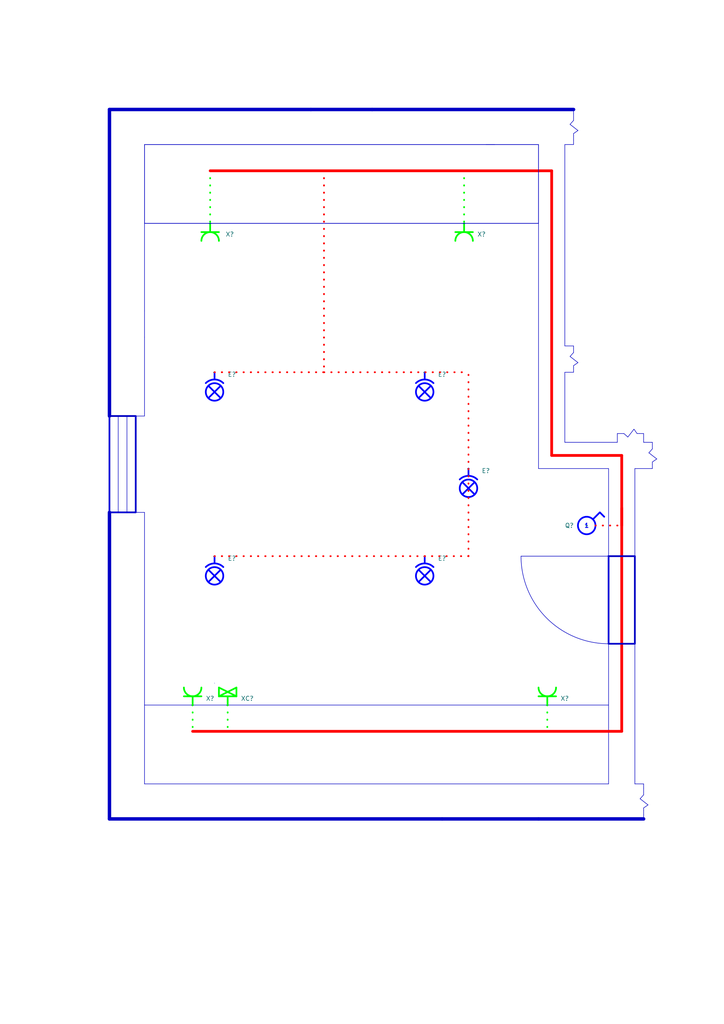
<source format=kicad_sch>
(kicad_sch (version 20230121) (generator eeschema)
  (paper "A4" portrait)
  (title_block (title "Projekt elektroinštalácie rodinného domu") (date "2024-05-09") (rev "1") (comment 4 "001-24") (comment 5 "Konanie stavby: 96901 Banská Štiavnica, Belianska 1770/15"))
  (lib_symbols
    (symbol "Wiring:Bulb_ceiling"
      (property "Reference" "E" (at 0 1.905 0))
      (symbol "Bulb_ceiling_0_1"
        (circle (center 0 -5.715) (radius 2.54) (stroke (width 0.5) (color 0 0 255 1)))
        (polyline (pts (xy 0 0) (xy 0 -1.905)) (stroke (width 0.5) (color 0 0 255 1)))
        (polyline (pts (xy 0 -5.715) (xy 1.778 -7.493) (xy -1.778 -3.937)) (stroke (width 0.5) (color 0 0 255 1)))
        (polyline (pts (xy 0 -5.715) (xy 1.778 -3.937) (xy -1.778 -7.493)) (stroke (width 0.5) (color 0 0 255 1)))
        (arc (start 2.5464 -3.159) (mid 0.0055 -2.1071) (end -2.5386 -3.1512) (stroke (width 0.5) (color 0 0 255 1)))
      )
    )
    (symbol "Wiring:Data_outlet"
      (property "Reference" "XC" (at 5.08 -2.54 90))
      (symbol "Data_outlet_0_1"
        (polyline (pts (xy -2.54 -5.08) (xy 2.54 -2.54)) (stroke (width 0.5) (color 0 255 0 1)))
        (polyline (pts (xy -2.54 -2.54) (xy -2.54 -5.08)) (stroke (width 0.5) (color 0 255 0 1)))
        (polyline (pts (xy -2.54 -2.54) (xy 2.54 -5.08)) (stroke (width 0.5) (color 0 255 0 1)))
        (polyline (pts (xy 2.54 -2.54) (xy 2.54 -5.08)) (stroke (width 0.5) (color 0 255 0 1)))
        (polyline (pts (xy 0.0002 -0.0002) (xy 0.0002 -2.5402) (xy 0.0002 -1.2702)) (stroke (width 0.5) (color 0 255 0 1)))
        (polyline (pts (xy 0.0002 -2.5402) (xy 2.5402 -2.5402) (xy -2.5398 -2.5402) (xy -1.2698 -2.5402)) (stroke (width 0.5) (color 0 255 0 1)))
      )
    )
    (symbol "Wiring:Outlet"
      (property "Reference" "X" (at 5.08 -3.81 90))
      (symbol "Outlet_0_1"
        (arc (start 0 -2.54) (mid -1.7961 -3.2839) (end -2.54 -5.08) (stroke (width 0.5) (color 0 255 0 1)))
        (polyline (pts (xy 0 0) (xy 0 -2.54) (xy 0 -1.27)) (stroke (width 0.5) (color 0 255 0 1)))
        (polyline (pts (xy 0 -2.54) (xy 2.54 -2.54) (xy -2.54 -2.54) (xy -1.27 -2.54)) (stroke (width 0.5) (color 0 255 0 1)))
        (arc (start 2.54 -5.08) (mid 1.7961 -3.2839) (end 0 -2.54) (stroke (width 0.5) (color 0 255 0 1)))
      )
    )
    (symbol "Wiring:Switch_1"
      (property "Reference" "Q" (at 0 7.62 0))
      (symbol "Switch_1_0_1"
        (polyline (pts (xy 1.905 1.905) (xy 3.175 3.175) (xy 3.81 3.81) (xy 5.08 2.54)) (stroke (width 0.5) (color 0 0 255 1)))
        (circle (center 0 0) (radius 2.54) (stroke (width 0.5) (color 0 0 255 1)))
        (text "1" (at 0 0 0) (effects (font (size 1.27 1.27) bold)))
      )
    )
  )
  (polyline (pts (xy 190.5 133.096) (xy 189.23 133.985)))
  (polyline (pts (xy 41.91 227.33) (xy 41.91 148.59)))
  (polyline (pts (xy 176.53 161.29) (xy 176.53 135.89)))
  (polyline (pts (xy 180.34 212.09) (xy 180.34 147.32)) (stroke (width 0.8) (type solid) (color 255 0 0 1)))
  (polyline (pts (xy 41.91 41.91) (xy 143.51 41.91)))
  (polyline (pts (xy 186.69 128.27) (xy 189.23 128.27)))
  (polyline (pts (xy 156.21 237.49) (xy 186.69 237.49)) (stroke (width 1)))
  (polyline (pts (xy 166.37 33.02) (xy 166.37 34.925)))
  (polyline (pts (xy 62.23 198.12) (xy 62.23 198.12)))
  (polyline (pts (xy 167.64 105.156) (xy 166.37 106.045)))
  (polyline (pts (xy 166.37 38.735) (xy 166.37 39.37)))
  (polyline (pts (xy 179.07 125.73) (xy 180.975 125.73)))
  (polyline (pts (xy 165.354 36.068) (xy 167.64 37.846)))
  (polyline (pts (xy 179.07 128.27) (xy 163.83 128.27)))
  (polyline (pts (xy 166.37 107.95) (xy 163.83 107.95)))
  (polyline (pts (xy 41.91 90.17) (xy 41.91 97.79)))
  (polyline (pts (xy 60.96 49.53) (xy 60.96 64.77)) (stroke (width 0.5) (type dot) (color 0 255 0 1)))
  (polyline (pts (xy 179.07 128.27) (xy 179.07 125.73)))
  (polyline (pts (xy 166.37 106.68) (xy 166.37 107.95)))
  (polyline (pts (xy 62.23 107.95) (xy 93.98 107.95)) (stroke (width 0.5) (type dot) (color 255 0 0 1)))
  (polyline (pts (xy 184.15 161.29) (xy 176.53 161.29)))
  (polyline (pts (xy 184.15 227.33) (xy 186.69 227.33)))
  (polyline (pts (xy 166.37 31.75) (xy 166.37 33.02)))
  (polyline (pts (xy 165.354 103.378) (xy 167.64 105.156)))
  (polyline (pts (xy 184.15 135.89) (xy 189.23 135.89)))
  (polyline (pts (xy 41.91 227.33) (xy 176.53 227.33)))
  (polyline (pts (xy 166.37 102.235) (xy 165.354 103.378)))
  (polyline (pts (xy 186.69 227.33) (xy 186.69 228.6)))
  (polyline (pts (xy 163.83 100.33) (xy 166.37 100.33)))
  (polyline (pts (xy 176.53 186.69) (xy 176.53 227.33)))
  (polyline (pts (xy 66.04 204.47) (xy 66.04 212.09)) (stroke (width 0.5) (type dot) (color 0 255 0 1)))
  (polyline (pts (xy 180.34 132.08) (xy 180.34 152.4)) (stroke (width 0.8) (type solid) (color 255 0 0 1)))
  (polyline (pts (xy 186.69 125.73) (xy 186.69 128.27)))
  (polyline (pts (xy 176.53 135.89) (xy 156.21 135.89)))
  (polyline (pts (xy 166.37 34.925) (xy 165.354 36.068)))
  (polyline (pts (xy 160.02 132.08) (xy 180.34 132.08)) (stroke (width 0.8) (type solid) (color 255 0 0 1)))
  (polyline (pts (xy 134.62 49.53) (xy 134.62 64.77)) (stroke (width 0.5) (type dot) (color 0 255 0 1)))
  (polyline (pts (xy 156.21 41.91) (xy 140.97 41.91)))
  (polyline (pts (xy 186.69 234.315) (xy 186.69 234.95)))
  (polyline (pts (xy 187.96 233.426) (xy 186.69 234.315)))
  (polyline (pts (xy 93.98 107.95) (xy 135.89 107.95)) (stroke (width 0.5) (type dot) (color 255 0 0 1)))
  (polyline (pts (xy 166.37 40.64) (xy 166.37 41.91)))
  (polyline (pts (xy 31.75 31.75) (xy 90.17 31.75)) (stroke (width 1)))
  (polyline (pts (xy 184.15 135.89) (xy 184.15 161.29)))
  (polyline (pts (xy 90.17 31.75) (xy 107.95 31.75)) (stroke (width 1)))
  (polyline (pts (xy 31.75 120.65) (xy 31.75 31.75)) (stroke (width 1)))
  (polyline (pts (xy 156.21 237.49) (xy 128.27 237.49)) (stroke (width 1)))
  (polyline (pts (xy 163.83 41.91) (xy 166.37 41.91)))
  (polyline (pts (xy 184.15 186.69) (xy 184.15 227.33)))
  (polyline (pts (xy 34.29 148.59) (xy 34.29 120.65)))
  (polyline (pts (xy 167.64 37.846) (xy 166.37 38.735)))
  (polyline (pts (xy 41.91 41.91) (xy 41.91 90.17)))
  (polyline (pts (xy 41.91 97.79) (xy 41.91 120.65)))
  (polyline (pts (xy 185.674 231.648) (xy 187.96 233.426)))
  (polyline (pts (xy 36.83 148.59) (xy 36.83 120.65)))
  (polyline (pts (xy 93.98 49.53) (xy 93.98 107.95)) (stroke (width 0.5) (type dot) (color 255 0 0 1)))
  (polyline (pts (xy 189.23 133.985) (xy 189.23 134.62)))
  (polyline (pts (xy 189.23 134.62) (xy 189.23 135.89)))
  (polyline (pts (xy 166.37 39.37) (xy 166.37 40.64)))
  (polyline (pts (xy 55.88 204.47) (xy 55.88 212.09)) (stroke (width 0.5) (type dot) (color 0 255 0 1)))
  (polyline (pts (xy 41.91 204.47) (xy 176.53 204.47)))
  (polyline (pts (xy 55.88 212.09) (xy 180.34 212.09)) (stroke (width 0.8) (type solid) (color 255 0 0 1)))
  (polyline (pts (xy 160.02 49.53) (xy 160.02 132.08)) (stroke (width 0.8) (type solid) (color 255 0 0 1)))
  (polyline (pts (xy 186.69 236.22) (xy 186.69 237.49)))
  (polyline (pts (xy 123.19 161.29) (xy 135.89 161.29)) (stroke (width 0.5) (type dot) (color 255 0 0 1)))
  (polyline (pts (xy 176.53 161.29) (xy 151.13 161.29)))
  (polyline (pts (xy 163.83 107.95) (xy 163.83 128.27)))
  (polyline (pts (xy 107.95 31.75) (xy 166.37 31.75)) (stroke (width 1)))
  (polyline (pts (xy 184.785 125.73) (xy 185.42 125.73)))
  (polyline (pts (xy 186.69 230.505) (xy 185.674 231.648)))
  (polyline (pts (xy 60.96 49.53) (xy 160.02 49.53)) (stroke (width 0.8) (type solid) (color 255 0 0 1)))
  (polyline (pts (xy 31.75 237.49) (xy 128.27 237.49)) (stroke (width 1)))
  (polyline (pts (xy 189.23 128.27) (xy 189.23 130.175)))
  (polyline (pts (xy 39.37 120.65) (xy 41.91 120.65)))
  (polyline (pts (xy 189.23 130.175) (xy 188.214 131.318)))
  (polyline (pts (xy 185.42 125.73) (xy 186.69 125.73)))
  (polyline (pts (xy 39.37 148.59) (xy 41.91 148.59)))
  (polyline (pts (xy 186.69 228.6) (xy 186.69 230.505)))
  (polyline (pts (xy 180.975 125.73) (xy 182.118 126.746)))
  (polyline (pts (xy 183.896 124.46) (xy 184.785 125.73)))
  (polyline (pts (xy 62.23 161.29) (xy 123.19 161.29)) (stroke (width 0.5) (type dot) (color 255 0 0 1)))
  (polyline (pts (xy 41.91 64.77) (xy 156.21 64.77)))
  (polyline (pts (xy 166.37 106.045) (xy 166.37 106.68)))
  (polyline (pts (xy 166.37 100.33) (xy 166.37 102.235)))
  (polyline (pts (xy 135.89 161.29) (xy 135.89 107.95)) (stroke (width 0.5) (type dot) (color 255 0 0 1)))
  (polyline (pts (xy 182.118 126.746) (xy 183.896 124.46)))
  (polyline (pts (xy 31.75 237.49) (xy 31.75 148.59)) (stroke (width 1)))
  (polyline (pts (xy 158.75 204.47) (xy 158.75 212.09)) (stroke (width 0.5) (type dot) (color 0 255 0 1)))
  (polyline (pts (xy 172.72 152.4) (xy 180.34 152.4)) (stroke (width 0.5) (type dot) (color 255 0 0 1)))
  (polyline (pts (xy 156.21 41.91) (xy 156.21 135.89)))
  (polyline (pts (xy 163.83 100.33) (xy 163.83 41.91)))
  (polyline (pts (xy 186.69 234.95) (xy 186.69 236.22)))
  (polyline (pts (xy 188.214 131.318) (xy 190.5 133.096)))
  (rectangle (start 176.53 186.69) (end 184.15 161.29) (stroke (width 0.5)))
  (arc (start 176.53 186.69) (mid 158.5695 179.2505) (end 151.13 161.29))
  (rectangle (start 31.75 120.65) (end 39.37 148.59) (stroke (width 0.5)))
  (rectangle (start 41.91 41.91) (end 156.21 64.77))
  (symbol (lib_id "Wiring:Data_outlet") (at 66.04 204.47 180) (unit 1)
    (property "Reference" "XC?" (at 69.85 202.5649 0) (effects (justify right)))
    (property "Value" "~" (at 66.04 204.47 0))
  )
  (symbol (lib_id "Wiring:Bulb_ceiling") (at 62.23 107.95 0) (unit 1)
    (property "Reference" "E?" (at 66.04 108.585 0) (effects (justify left)))
    (property "Value" "~" (at 62.23 107.95 0))
  )
  (symbol (lib_id "Wiring:Bulb_ceiling") (at 123.19 161.29 0) (unit 1)
    (property "Reference" "E?" (at 127 161.925 0) (effects (justify left)))
    (property "Value" "~" (at 123.19 161.29 0))
  )
  (symbol (lib_id "Wiring:Bulb_ceiling") (at 135.89 135.89 0) (unit 1)
    (property "Reference" "E?" (at 139.7 136.525 0) (effects (justify left)))
    (property "Value" "~" (at 135.89 135.89 0))
  )
  (symbol (lib_id "Wiring:Bulb_ceiling") (at 62.23 161.29 0) (unit 1)
    (property "Reference" "E?" (at 66.04 161.925 0) (effects (justify left)))
    (property "Value" "~" (at 62.23 161.29 0))
  )
  (symbol (lib_id "Wiring:Outlet") (at 55.88 204.47 180) (unit 1)
    (property "Reference" "X?" (at 59.69 202.565 0) (effects (justify right)))
    (property "Value" "~" (at 55.88 204.47 0))
  )
  (symbol (lib_id "Wiring:Bulb_ceiling") (at 123.19 107.95 0) (unit 1)
    (property "Reference" "E?" (at 127 108.585 0) (effects (justify left)))
    (property "Value" "~" (at 123.19 107.95 0))
  )
  (symbol (lib_id "Wiring:Outlet") (at 134.62 64.77 0) (unit 1)
    (property "Reference" "X?" (at 138.43 67.945 0) (effects (justify left)))
    (property "Value" "~" (at 134.62 64.77 0))
  )
  (symbol (lib_id "Wiring:Switch_1") (at 170.18 152.4 0) (unit 1)
    (property "Reference" "Q?" (at 163.83 152.4 0) (effects (justify left)))
    (property "Value" "~" (at 170.18 152.4 0))
  )
  (symbol (lib_id "Wiring:Outlet") (at 60.96 64.77 0) (unit 1)
    (property "Reference" "X?" (at 65.405 67.945 0) (effects (justify left)))
    (property "Value" "~" (at 60.96 64.77 0))
  )
  (symbol (lib_id "Wiring:Outlet") (at 158.75 204.47 180) (unit 1)
    (property "Reference" "X?" (at 162.56 202.565 0) (effects (justify right)))
    (property "Value" "~" (at 158.75 204.47 0))
  )
)
</source>
